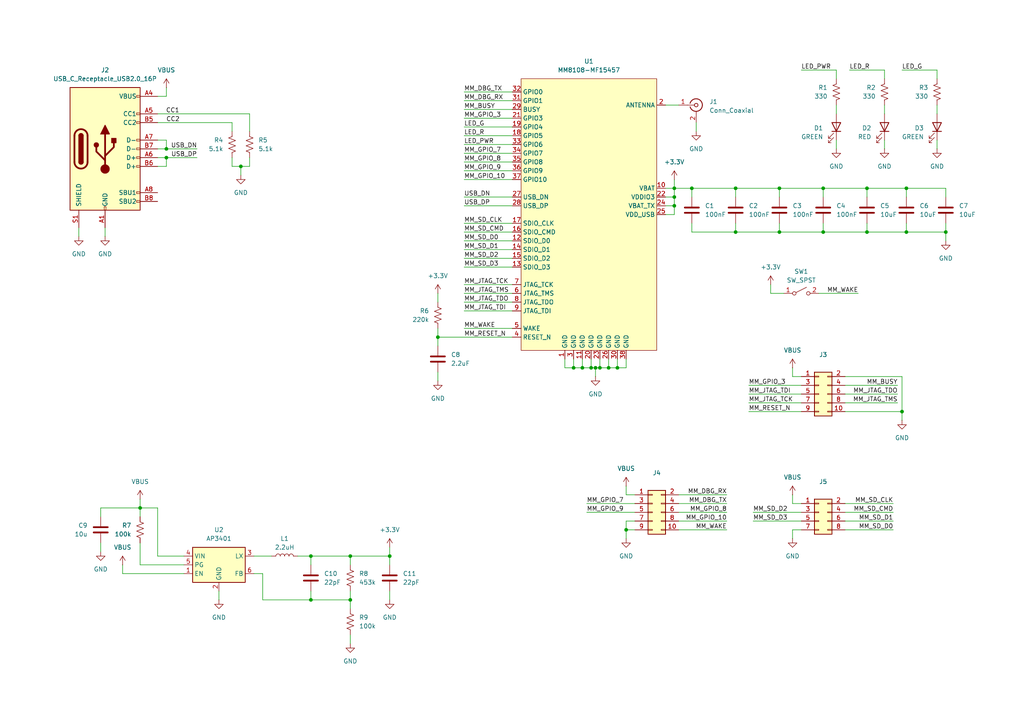
<source format=kicad_sch>
(kicad_sch (version 20250114) (generator "eeschema") (generator_version "9.0")
  (paper "A4")
  (lib_symbols
    (symbol "Connector:Conn_Coaxial" (pin_names (offset 1.016) (hide yes))
      (property "Reference" "J" (at 0.254 3.048 0))
      (property "Value" "Conn_Coaxial" (at 2.921 0 90))
      (symbol "Conn_Coaxial_0_1"
        (polyline (pts (xy -2.54 0) (xy -0.508 0)))
        (arc (start 1.778 0) (mid 0.222 -1.8079) (end -1.778 -0.508) (stroke (width 0.254)))
        (arc (start -1.778 0.508) (mid 0.2221 1.8084) (end 1.778 0) (stroke (width 0.254)))
        (circle (center 0 0) (radius 0.508) (stroke (width 0.2032)))
        (polyline (pts (xy 0 -2.54) (xy 0 -1.778)))
      )
      (symbol "Conn_Coaxial_1_1"
        (pin passive line (at -5.08 0 0) (length 2.54) (name "In") (number "1"))
        (pin passive line (at 0 -5.08 90) (length 2.54) (name "Ext") (number "2"))
      )
    )
    (symbol "Connector:USB_C_Receptacle_USB2.0_16P" (pin_names (offset 1.016))
      (property "Reference" "J" (at 0 22.225 0))
      (property "Value" "USB_C_Receptacle_USB2.0_16P" (at 0 19.685 0))
      (symbol "USB_C_Receptacle_USB2.0_16P_0_0"
        (rectangle (start -0.254 -17.78) (end 0.254 -16.764))
        (rectangle (start 10.16 15.494) (end 9.144 14.986))
        (rectangle (start 10.16 10.414) (end 9.144 9.906))
        (rectangle (start 10.16 7.874) (end 9.144 7.366))
        (rectangle (start 10.16 2.794) (end 9.144 2.286))
        (rectangle (start 10.16 0.254) (end 9.144 -0.254))
        (rectangle (start 10.16 -2.286) (end 9.144 -2.794))
        (rectangle (start 10.16 -4.826) (end 9.144 -5.334))
        (rectangle (start 10.16 -12.446) (end 9.144 -12.954))
        (rectangle (start 10.16 -14.986) (end 9.144 -15.494))
      )
      (symbol "USB_C_Receptacle_USB2.0_16P_0_1"
        (rectangle (start -10.16 17.78) (end 10.16 -17.78) (stroke (width 0.254)) (fill (type background)))
        (polyline (pts (xy -8.89 -3.81) (xy -8.89 3.81)) (stroke (width 0.508)))
        (rectangle (start -7.62 -3.81) (end -6.35 3.81) (stroke (width 0.254)) (fill (type outline)))
        (arc (start -7.62 3.81) (mid -6.985 4.4423) (end -6.35 3.81) (stroke (width 0.254)))
        (arc (start -7.62 3.81) (mid -6.985 4.4423) (end -6.35 3.81) (stroke (width 0.254)) (fill (type outline)))
        (arc (start -8.89 3.81) (mid -6.985 5.7067) (end -5.08 3.81) (stroke (width 0.508)))
        (arc (start -5.08 -3.81) (mid -6.985 -5.7067) (end -8.89 -3.81) (stroke (width 0.508)))
        (arc (start -6.35 -3.81) (mid -6.985 -4.4423) (end -7.62 -3.81) (stroke (width 0.254)))
        (arc (start -6.35 -3.81) (mid -6.985 -4.4423) (end -7.62 -3.81) (stroke (width 0.254)) (fill (type outline)))
        (polyline (pts (xy -5.08 3.81) (xy -5.08 -3.81)) (stroke (width 0.508)))
        (circle (center -2.54 1.143) (radius 0.635) (stroke (width 0.254)) (fill (type outline)))
        (polyline (pts (xy -1.27 4.318) (xy 0 6.858) (xy 1.27 4.318) (xy -1.27 4.318)) (stroke (width 0.254)) (fill (type outline)))
        (polyline (pts (xy 0 -2.032) (xy 2.54 0.508) (xy 2.54 1.778)) (stroke (width 0.508)))
        (polyline (pts (xy 0 -3.302) (xy -2.54 -0.762) (xy -2.54 0.508)) (stroke (width 0.508)))
        (polyline (pts (xy 0 -5.842) (xy 0 4.318)) (stroke (width 0.508)))
        (circle (center 0 -5.842) (radius 1.27) (fill (type outline)))
        (rectangle (start 1.905 1.778) (end 3.175 3.048) (stroke (width 0.254)) (fill (type outline)))
      )
      (symbol "USB_C_Receptacle_USB2.0_16P_1_1"
        (pin passive line (at -7.62 -22.86 90) (length 5.08) (name "SHIELD") (number "S1"))
        (pin passive line (at 0 -22.86 90) (length 5.08) (name "GND") (number "A1"))
        (pin passive line (at 0 -22.86 90) (length 5.08) (hide yes) (name "GND") (number "A12"))
        (pin passive line (at 0 -22.86 90) (length 5.08) (hide yes) (name "GND") (number "B1"))
        (pin passive line (at 0 -22.86 90) (length 5.08) (hide yes) (name "GND") (number "B12"))
        (pin passive line (at 15.24 15.24 180) (length 5.08) (name "VBUS") (number "A4"))
        (pin passive line (at 15.24 15.24 180) (length 5.08) (hide yes) (name "VBUS") (number "A9"))
        (pin passive line (at 15.24 15.24 180) (length 5.08) (hide yes) (name "VBUS") (number "B4"))
        (pin passive line (at 15.24 15.24 180) (length 5.08) (hide yes) (name "VBUS") (number "B9"))
        (pin bidirectional line (at 15.24 10.16 180) (length 5.08) (name "CC1") (number "A5"))
        (pin bidirectional line (at 15.24 7.62 180) (length 5.08) (name "CC2") (number "B5"))
        (pin bidirectional line (at 15.24 2.54 180) (length 5.08) (name "D-") (number "A7"))
        (pin bidirectional line (at 15.24 0 180) (length 5.08) (name "D-") (number "B7"))
        (pin bidirectional line (at 15.24 -2.54 180) (length 5.08) (name "D+") (number "A6"))
        (pin bidirectional line (at 15.24 -5.08 180) (length 5.08) (name "D+") (number "B6"))
        (pin bidirectional line (at 15.24 -12.7 180) (length 5.08) (name "SBU1") (number "A8"))
        (pin bidirectional line (at 15.24 -15.24 180) (length 5.08) (name "SBU2") (number "B8"))
      )
    )
    (symbol "Connector_Generic:Conn_02x04_Odd_Even" (pin_names (offset 1.016) (hide yes))
      (property "Reference" "J" (at 1.27 5.08 0))
      (property "Value" "Conn_02x04_Odd_Even" (at 1.27 -7.62 0))
      (symbol "Conn_02x04_Odd_Even_1_1"
        (rectangle (start -1.27 3.81) (end 3.81 -6.35) (stroke (width 0.254)) (fill (type background)))
        (rectangle (start -1.27 2.667) (end 0 2.413) (stroke (width 0.1524)))
        (rectangle (start -1.27 0.127) (end 0 -0.127) (stroke (width 0.1524)))
        (rectangle (start -1.27 -2.413) (end 0 -2.667) (stroke (width 0.1524)))
        (rectangle (start -1.27 -4.953) (end 0 -5.207) (stroke (width 0.1524)))
        (rectangle (start 3.81 2.667) (end 2.54 2.413) (stroke (width 0.1524)))
        (rectangle (start 3.81 0.127) (end 2.54 -0.127) (stroke (width 0.1524)))
        (rectangle (start 3.81 -2.413) (end 2.54 -2.667) (stroke (width 0.1524)))
        (rectangle (start 3.81 -4.953) (end 2.54 -5.207) (stroke (width 0.1524)))
        (pin passive line (at -5.08 2.54 0) (length 3.81) (name "Pin_1") (number "1"))
        (pin passive line (at -5.08 0 0) (length 3.81) (name "Pin_3") (number "3"))
        (pin passive line (at -5.08 -2.54 0) (length 3.81) (name "Pin_5") (number "5"))
        (pin passive line (at -5.08 -5.08 0) (length 3.81) (name "Pin_7") (number "7"))
        (pin passive line (at 7.62 2.54 180) (length 3.81) (name "Pin_2") (number "2"))
        (pin passive line (at 7.62 0 180) (length 3.81) (name "Pin_4") (number "4"))
        (pin passive line (at 7.62 -2.54 180) (length 3.81) (name "Pin_6") (number "6"))
        (pin passive line (at 7.62 -5.08 180) (length 3.81) (name "Pin_8") (number "8"))
      )
    )
    (symbol "Connector_Generic:Conn_02x05_Odd_Even" (pin_names (offset 1.016) (hide yes))
      (property "Reference" "J" (at 1.27 7.62 0))
      (property "Value" "Conn_02x05_Odd_Even" (at 1.27 -7.62 0))
      (symbol "Conn_02x05_Odd_Even_1_1"
        (rectangle (start -1.27 6.35) (end 3.81 -6.35) (stroke (width 0.254)) (fill (type background)))
        (rectangle (start -1.27 5.207) (end 0 4.953) (stroke (width 0.1524)))
        (rectangle (start -1.27 2.667) (end 0 2.413) (stroke (width 0.1524)))
        (rectangle (start -1.27 0.127) (end 0 -0.127) (stroke (width 0.1524)))
        (rectangle (start -1.27 -2.413) (end 0 -2.667) (stroke (width 0.1524)))
        (rectangle (start -1.27 -4.953) (end 0 -5.207) (stroke (width 0.1524)))
        (rectangle (start 3.81 5.207) (end 2.54 4.953) (stroke (width 0.1524)))
        (rectangle (start 3.81 2.667) (end 2.54 2.413) (stroke (width 0.1524)))
        (rectangle (start 3.81 0.127) (end 2.54 -0.127) (stroke (width 0.1524)))
        (rectangle (start 3.81 -2.413) (end 2.54 -2.667) (stroke (width 0.1524)))
        (rectangle (start 3.81 -4.953) (end 2.54 -5.207) (stroke (width 0.1524)))
        (pin passive line (at -5.08 5.08 0) (length 3.81) (name "Pin_1") (number "1"))
        (pin passive line (at -5.08 2.54 0) (length 3.81) (name "Pin_3") (number "3"))
        (pin passive line (at -5.08 0 0) (length 3.81) (name "Pin_5") (number "5"))
        (pin passive line (at -5.08 -2.54 0) (length 3.81) (name "Pin_7") (number "7"))
        (pin passive line (at -5.08 -5.08 0) (length 3.81) (name "Pin_9") (number "9"))
        (pin passive line (at 7.62 5.08 180) (length 3.81) (name "Pin_2") (number "2"))
        (pin passive line (at 7.62 2.54 180) (length 3.81) (name "Pin_4") (number "4"))
        (pin passive line (at 7.62 0 180) (length 3.81) (name "Pin_6") (number "6"))
        (pin passive line (at 7.62 -2.54 180) (length 3.81) (name "Pin_8") (number "8"))
        (pin passive line (at 7.62 -5.08 180) (length 3.81) (name "Pin_10") (number "10"))
      )
    )
    (symbol "Device:C" (pin_numbers (hide yes)) (pin_names (offset 0.254))
      (property "Reference" "C" (at 0.635 2.54 0))
      (property "Value" "C" (at 0.635 -2.54 0))
      (symbol "C_0_1"
        (polyline (pts (xy -2.032 0.762) (xy 2.032 0.762)) (stroke (width 0.508)))
        (polyline (pts (xy -2.032 -0.762) (xy 2.032 -0.762)) (stroke (width 0.508)))
      )
      (symbol "C_1_1"
        (pin passive line (at 0 3.81 270) (length 2.794) (name "~") (number "1"))
        (pin passive line (at 0 -3.81 90) (length 2.794) (name "~") (number "2"))
      )
    )
    (symbol "Device:L" (pin_numbers (hide yes)) (pin_names (offset 1.016) (hide yes))
      (property "Reference" "L" (at -1.27 0 90))
      (property "Value" "L" (at 1.905 0 90))
      (symbol "L_0_1"
        (arc (start 0 2.54) (mid 0.6323 1.905) (end 0 1.27))
        (arc (start 0 1.27) (mid 0.6323 0.635) (end 0 0))
        (arc (start 0 0) (mid 0.6323 -0.635) (end 0 -1.27))
        (arc (start 0 -1.27) (mid 0.6323 -1.905) (end 0 -2.54))
      )
      (symbol "L_1_1"
        (pin passive line (at 0 3.81 270) (length 1.27) (name "1") (number "1"))
        (pin passive line (at 0 -3.81 90) (length 1.27) (name "2") (number "2"))
      )
    )
    (symbol "Device:LED" (pin_numbers (hide yes)) (pin_names (offset 1.016) (hide yes))
      (property "Reference" "D" (at 0 2.54 0))
      (property "Value" "LED" (at 0 -2.54 0))
      (symbol "LED_0_1"
        (polyline (pts (xy -3.048 -0.762) (xy -4.572 -2.286) (xy -3.81 -2.286) (xy -4.572 -2.286) (xy -4.572 -1.524)))
        (polyline (pts (xy -1.778 -0.762) (xy -3.302 -2.286) (xy -2.54 -2.286) (xy -3.302 -2.286) (xy -3.302 -1.524)))
        (polyline (pts (xy -1.27 0) (xy 1.27 0)))
        (polyline (pts (xy -1.27 -1.27) (xy -1.27 1.27)) (stroke (width 0.254)))
        (polyline (pts (xy 1.27 -1.27) (xy 1.27 1.27) (xy -1.27 0) (xy 1.27 -1.27)) (stroke (width 0.254)))
      )
      (symbol "LED_1_1"
        (pin passive line (at -3.81 0 0) (length 2.54) (name "K") (number "1"))
        (pin passive line (at 3.81 0 180) (length 2.54) (name "A") (number "2"))
      )
    )
    (symbol "Device:R_US" (pin_numbers (hide yes)) (pin_names (offset 0))
      (property "Reference" "R" (at 2.54 0 90))
      (property "Value" "R_US" (at -2.54 0 90))
      (symbol "R_US_0_1"
        (polyline (pts (xy 0 2.286) (xy 0 2.54)))
        (polyline (pts (xy 0 2.286) (xy 1.016 1.905) (xy 0 1.524) (xy -1.016 1.143) (xy 0 0.762)))
        (polyline (pts (xy 0 0.762) (xy 1.016 0.381) (xy 0 0) (xy -1.016 -0.381) (xy 0 -0.762)))
        (polyline (pts (xy 0 -0.762) (xy 1.016 -1.143) (xy 0 -1.524) (xy -1.016 -1.905) (xy 0 -2.286)))
        (polyline (pts (xy 0 -2.286) (xy 0 -2.54)))
      )
      (symbol "R_US_1_1"
        (pin passive line (at 0 3.81 270) (length 1.27) (name "~") (number "1"))
        (pin passive line (at 0 -3.81 90) (length 1.27) (name "~") (number "2"))
      )
    )
    (symbol "MM8108:MF15457"
      (property "Reference" "U" (at 26.924 2.286 0))
      (property "Value" "MM8108-MF15457" (at 11.938 2.032 0))
      (symbol "MF15457_1_1"
        (rectangle (start 2.54 0) (end 41.91 -78.74) (fill (type background)))
        (pin input line (at 0 -3.81 0) (length 2.54) (name "GPIO0") (number "32"))
        (pin input line (at 0 -6.35 0) (length 2.54) (name "GPIO1") (number "31"))
        (pin input line (at 0 -8.89 0) (length 2.54) (name "BUSY") (number "29"))
        (pin input line (at 0 -11.43 0) (length 2.54) (name "GPIO3") (number "21"))
        (pin input line (at 0 -13.97 0) (length 2.54) (name "GPIO4") (number "19"))
        (pin input line (at 0 -16.51 0) (length 2.54) (name "GPIO5") (number "18"))
        (pin input line (at 0 -19.05 0) (length 2.54) (name "GPIO6") (number "33"))
        (pin input line (at 0 -21.59 0) (length 2.54) (name "GPIO7") (number "34"))
        (pin input line (at 0 -24.13 0) (length 2.54) (name "GPIO8") (number "35"))
        (pin input line (at 0 -26.67 0) (length 2.54) (name "GPIO9") (number "36"))
        (pin input line (at 0 -29.21 0) (length 2.54) (name "GPIO10") (number "37"))
        (pin input line (at 0 -34.29 0) (length 2.54) (name "USB_DN") (number "27"))
        (pin input line (at 0 -36.83 0) (length 2.54) (name "USB_DP") (number "28"))
        (pin input line (at 0 -41.91 0) (length 2.54) (name "SDIO_CLK") (number "17"))
        (pin input line (at 0 -44.45 0) (length 2.54) (name "SDIO_CMD") (number "16"))
        (pin input line (at 0 -46.99 0) (length 2.54) (name "SDIO_D0") (number "12"))
        (pin input line (at 0 -49.53 0) (length 2.54) (name "SDIO_D1") (number "14"))
        (pin input line (at 0 -52.07 0) (length 2.54) (name "SDIO_D2") (number "15"))
        (pin input line (at 0 -54.61 0) (length 2.54) (name "SDIO_D3") (number "13"))
        (pin input line (at 0 -59.69 0) (length 2.54) (name "JTAG_TCK") (number "7"))
        (pin input line (at 0 -62.23 0) (length 2.54) (name "JTAG_TMS") (number "6"))
        (pin input line (at 0 -64.77 0) (length 2.54) (name "JTAG_TDO") (number "8"))
        (pin input line (at 0 -67.31 0) (length 2.54) (name "JTAG_TDI") (number "9"))
        (pin input line (at 0 -72.39 0) (length 2.54) (name "WAKE") (number "5"))
        (pin input line (at 0 -74.93 0) (length 2.54) (name "RESET_N") (number "4"))
        (pin input line (at 15.24 -81.28 90) (length 2.54) (name "GND") (number "1"))
        (pin input line (at 17.78 -81.28 90) (length 2.54) (name "GND") (number "3"))
        (pin input line (at 20.32 -81.28 90) (length 2.54) (name "GND") (number "11"))
        (pin input line (at 22.86 -81.28 90) (length 2.54) (name "GND") (number "20"))
        (pin input line (at 25.4 -81.28 90) (length 2.54) (name "GND") (number "23"))
        (pin input line (at 27.94 -81.28 90) (length 2.54) (name "GND") (number "26"))
        (pin input line (at 30.48 -81.28 90) (length 2.54) (name "GND") (number "30"))
        (pin input line (at 33.02 -81.28 90) (length 2.54) (name "GND") (number "38"))
        (pin input line (at 44.45 -7.62 180) (length 2.54) (name "ANTENNA") (number "2"))
        (pin input line (at 44.45 -31.75 180) (length 2.54) (name "VBAT") (number "10"))
        (pin input line (at 44.45 -34.29 180) (length 2.54) (name "VDDIO3") (number "22"))
        (pin input line (at 44.45 -36.83 180) (length 2.54) (name "VBAT_TX") (number "24"))
        (pin input line (at 44.45 -39.37 180) (length 2.54) (name "VDD_USB") (number "25"))
      )
    )
    (symbol "Regulator_Switching:AP3402"
      (property "Reference" "U" (at -7.62 6.35 0))
      (property "Value" "AP3402" (at 5.08 6.35 0))
      (symbol "AP3402_0_1"
        (rectangle (start -7.62 5.08) (end 7.62 -5.08) (stroke (width 0.254)) (fill (type background)))
      )
      (symbol "AP3402_1_1"
        (pin power_in line (at -10.16 2.54 0) (length 2.54) (name "VIN") (number "4"))
        (pin input line (at -10.16 0 0) (length 2.54) (name "PG") (number "5"))
        (pin input line (at -10.16 -2.54 0) (length 2.54) (name "EN") (number "1"))
        (pin power_in line (at 0 -7.62 90) (length 2.54) (name "GND") (number "2"))
        (pin power_out line (at 10.16 2.54 180) (length 2.54) (name "LX") (number "3"))
        (pin input line (at 10.16 -2.54 180) (length 2.54) (name "FB") (number "6"))
      )
    )
    (symbol "Switch:SW_SPST" (pin_names (offset 0) (hide yes))
      (property "Reference" "SW" (at 0 3.175 0))
      (property "Value" "SW_SPST" (at 0 -2.54 0))
      (symbol "SW_SPST_0_0"
        (circle (center -2.032 0) (radius 0.508))
        (polyline (pts (xy -1.524 0.254) (xy 1.524 1.778)))
        (circle (center 2.032 0) (radius 0.508))
      )
      (symbol "SW_SPST_1_1"
        (pin passive line (at -5.08 0 0) (length 2.54) (name "A") (number "1"))
        (pin passive line (at 5.08 0 180) (length 2.54) (name "B") (number "2"))
      )
    )
    (symbol "power:+3.3V" (power) (pin_numbers (hide yes)) (pin_names (offset 0) (hide yes))
      (property "Value" "+3.3V" (at 0 3.556 0))
      (symbol "+3.3V_0_1"
        (polyline (pts (xy -0.762 1.27) (xy 0 2.54)))
        (polyline (pts (xy 0 2.54) (xy 0.762 1.27)))
        (polyline (pts (xy 0 0) (xy 0 2.54)))
      )
      (symbol "+3.3V_1_1"
        (pin power_in line (at 0 0 90) (length 0) (name "~") (number "1"))
      )
    )
    (symbol "power:GND" (power) (pin_numbers (hide yes)) (pin_names (offset 0) (hide yes))
      (property "Value" "GND" (at 0 -3.81 0))
      (symbol "GND_0_1"
        (polyline (pts (xy 0 0) (xy 0 -1.27) (xy 1.27 -1.27) (xy 0 -2.54) (xy -1.27 -1.27) (xy 0 -1.27)))
      )
      (symbol "GND_1_1"
        (pin power_in line (at 0 0 270) (length 0) (name "~") (number "1"))
      )
    )
    (symbol "power:VBUS" (power) (pin_numbers (hide yes)) (pin_names (offset 0) (hide yes))
      (property "Value" "VBUS" (at 0 3.556 0))
      (symbol "VBUS_0_1"
        (polyline (pts (xy -0.762 1.27) (xy 0 2.54)))
        (polyline (pts (xy 0 2.54) (xy 0.762 1.27)))
        (polyline (pts (xy 0 0) (xy 0 2.54)))
      )
      (symbol "VBUS_1_1"
        (pin power_in line (at 0 0 90) (length 0) (name "~") (number "1"))
      )
    )
  )
  (junction (at 195.58 57.15))
  (junction (at 238.76 54.61))
  (junction (at 213.36 54.61))
  (junction (at 181.61 153.67))
  (junction (at 274.32 67.31))
  (junction (at 226.06 67.31))
  (junction (at 166.37 106.68))
  (junction (at 127 97.79))
  (junction (at 171.45 106.68))
  (junction (at 101.6 173.99))
  (junction (at 40.64 147.32))
  (junction (at 200.66 54.61))
  (junction (at 90.17 161.29))
  (junction (at 238.76 67.31))
  (junction (at 90.17 173.99))
  (junction (at 172.72 106.68))
  (junction (at 195.58 59.69))
  (junction (at 213.36 67.31))
  (junction (at 48.26 43.18))
  (junction (at 168.91 106.68))
  (junction (at 226.06 54.61))
  (junction (at 101.6 161.29))
  (junction (at 195.58 54.61))
  (junction (at 179.07 106.68))
  (junction (at 251.46 54.61))
  (junction (at 113.03 161.29))
  (junction (at 69.85 48.26))
  (junction (at 261.62 119.38))
  (junction (at 48.26 45.72))
  (junction (at 173.99 106.68))
  (junction (at 262.89 54.61))
  (junction (at 262.89 67.31))
  (junction (at 251.46 67.31))
  (junction (at 176.53 106.68))
  (wire (pts (xy 113.03 171.45) (xy 113.03 173.99)))
  (wire (pts (xy 45.72 147.32) (xy 40.64 147.32)))
  (wire (pts (xy 67.31 35.56) (xy 67.31 38.1)))
  (wire (pts (xy 101.6 161.29) (xy 101.6 163.83)))
  (wire (pts (xy 134.62 77.47) (xy 148.59 77.47)))
  (wire (pts (xy 72.39 45.72) (xy 72.39 48.26)))
  (wire (pts (xy 238.76 54.61) (xy 238.76 57.15)))
  (wire (pts (xy 223.52 85.09) (xy 227.33 85.09)))
  (wire (pts (xy 29.21 147.32) (xy 40.64 147.32)))
  (wire (pts (xy 172.72 106.68) (xy 173.99 106.68)))
  (wire (pts (xy 226.06 54.61) (xy 238.76 54.61)))
  (wire (pts (xy 134.62 52.07) (xy 148.59 52.07)))
  (wire (pts (xy 48.26 45.72) (xy 57.15 45.72)))
  (wire (pts (xy 274.32 69.85) (xy 274.32 67.31)))
  (wire (pts (xy 217.17 114.3) (xy 232.41 114.3)))
  (wire (pts (xy 134.62 31.75) (xy 148.59 31.75)))
  (wire (pts (xy 271.78 22.86) (xy 271.78 20.32)))
  (wire (pts (xy 248.92 85.09) (xy 237.49 85.09)))
  (wire (pts (xy 210.82 148.59) (xy 196.85 148.59)))
  (wire (pts (xy 245.11 111.76) (xy 260.35 111.76)))
  (wire (pts (xy 22.86 66.04) (xy 22.86 68.58)))
  (wire (pts (xy 184.15 153.67) (xy 181.61 153.67)))
  (wire (pts (xy 271.78 30.48) (xy 271.78 33.02)))
  (wire (pts (xy 166.37 106.68) (xy 168.91 106.68)))
  (wire (pts (xy 72.39 38.1) (xy 72.39 33.02)))
  (wire (pts (xy 245.11 114.3) (xy 260.35 114.3)))
  (wire (pts (xy 251.46 54.61) (xy 262.89 54.61)))
  (wire (pts (xy 181.61 143.51) (xy 184.15 143.51)))
  (wire (pts (xy 262.89 64.77) (xy 262.89 67.31)))
  (wire (pts (xy 134.62 44.45) (xy 148.59 44.45)))
  (wire (pts (xy 134.62 64.77) (xy 148.59 64.77)))
  (wire (pts (xy 134.62 46.99) (xy 148.59 46.99)))
  (wire (pts (xy 127 97.79) (xy 127 100.33)))
  (wire (pts (xy 134.62 36.83) (xy 148.59 36.83)))
  (wire (pts (xy 251.46 54.61) (xy 251.46 57.15)))
  (wire (pts (xy 170.18 146.05) (xy 184.15 146.05)))
  (wire (pts (xy 256.54 22.86) (xy 256.54 20.32)))
  (wire (pts (xy 45.72 35.56) (xy 67.31 35.56)))
  (wire (pts (xy 90.17 173.99) (xy 101.6 173.99)))
  (wire (pts (xy 90.17 161.29) (xy 90.17 163.83)))
  (wire (pts (xy 134.62 29.21) (xy 148.59 29.21)))
  (wire (pts (xy 201.93 35.56) (xy 201.93 38.1)))
  (wire (pts (xy 246.38 20.32) (xy 256.54 20.32)))
  (wire (pts (xy 213.36 67.31) (xy 200.66 67.31)))
  (wire (pts (xy 210.82 146.05) (xy 196.85 146.05)))
  (wire (pts (xy 274.32 54.61) (xy 274.32 57.15)))
  (wire (pts (xy 226.06 54.61) (xy 226.06 57.15)))
  (wire (pts (xy 168.91 106.68) (xy 171.45 106.68)))
  (wire (pts (xy 134.62 74.93) (xy 148.59 74.93)))
  (wire (pts (xy 29.21 157.48) (xy 29.21 160.02)))
  (wire (pts (xy 261.62 119.38) (xy 261.62 121.92)))
  (wire (pts (xy 134.62 85.09) (xy 148.59 85.09)))
  (wire (pts (xy 226.06 67.31) (xy 238.76 67.31)))
  (wire (pts (xy 48.26 43.18) (xy 45.72 43.18)))
  (wire (pts (xy 181.61 151.13) (xy 181.61 153.67)))
  (wire (pts (xy 213.36 54.61) (xy 226.06 54.61)))
  (wire (pts (xy 172.72 109.22) (xy 172.72 106.68)))
  (wire (pts (xy 195.58 52.07) (xy 195.58 54.61)))
  (wire (pts (xy 113.03 158.75) (xy 113.03 161.29)))
  (wire (pts (xy 245.11 146.05) (xy 259.08 146.05)))
  (wire (pts (xy 181.61 140.97) (xy 181.61 143.51)))
  (wire (pts (xy 232.41 20.32) (xy 242.57 20.32)))
  (wire (pts (xy 134.62 34.29) (xy 148.59 34.29)))
  (wire (pts (xy 127 85.09) (xy 127 87.63)))
  (wire (pts (xy 48.26 43.18) (xy 57.15 43.18)))
  (wire (pts (xy 134.62 90.17) (xy 148.59 90.17)))
  (wire (pts (xy 127 95.25) (xy 127 97.79)))
  (wire (pts (xy 45.72 161.29) (xy 45.72 147.32)))
  (wire (pts (xy 193.04 57.15) (xy 195.58 57.15)))
  (wire (pts (xy 195.58 59.69) (xy 195.58 62.23)))
  (wire (pts (xy 134.62 67.31) (xy 148.59 67.31)))
  (wire (pts (xy 163.83 106.68) (xy 166.37 106.68)))
  (wire (pts (xy 134.62 72.39) (xy 148.59 72.39)))
  (wire (pts (xy 69.85 48.26) (xy 72.39 48.26)))
  (wire (pts (xy 134.62 57.15) (xy 148.59 57.15)))
  (wire (pts (xy 210.82 153.67) (xy 196.85 153.67)))
  (wire (pts (xy 72.39 33.02) (xy 45.72 33.02)))
  (wire (pts (xy 200.66 54.61) (xy 200.66 57.15)))
  (wire (pts (xy 238.76 67.31) (xy 251.46 67.31)))
  (wire (pts (xy 134.62 49.53) (xy 148.59 49.53)))
  (wire (pts (xy 195.58 54.61) (xy 195.58 57.15)))
  (wire (pts (xy 134.62 59.69) (xy 148.59 59.69)))
  (wire (pts (xy 213.36 57.15) (xy 213.36 54.61)))
  (wire (pts (xy 48.26 45.72) (xy 45.72 45.72)))
  (wire (pts (xy 245.11 119.38) (xy 261.62 119.38)))
  (wire (pts (xy 35.56 166.37) (xy 53.34 166.37)))
  (wire (pts (xy 48.26 25.4) (xy 48.26 27.94)))
  (wire (pts (xy 259.08 148.59) (xy 245.11 148.59)))
  (wire (pts (xy 229.87 109.22) (xy 232.41 109.22)))
  (wire (pts (xy 63.5 171.45) (xy 63.5 173.99)))
  (wire (pts (xy 171.45 106.68) (xy 172.72 106.68)))
  (wire (pts (xy 35.56 163.83) (xy 35.56 166.37)))
  (wire (pts (xy 242.57 30.48) (xy 242.57 33.02)))
  (wire (pts (xy 86.36 161.29) (xy 90.17 161.29)))
  (wire (pts (xy 271.78 40.64) (xy 271.78 43.18)))
  (wire (pts (xy 29.21 149.86) (xy 29.21 147.32)))
  (wire (pts (xy 245.11 109.22) (xy 261.62 109.22)))
  (wire (pts (xy 40.64 147.32) (xy 40.64 149.86)))
  (wire (pts (xy 242.57 40.64) (xy 242.57 43.18)))
  (wire (pts (xy 134.62 41.91) (xy 148.59 41.91)))
  (wire (pts (xy 73.66 161.29) (xy 78.74 161.29)))
  (wire (pts (xy 134.62 26.67) (xy 148.59 26.67)))
  (wire (pts (xy 193.04 30.48) (xy 196.85 30.48)))
  (wire (pts (xy 101.6 184.15) (xy 101.6 186.69)))
  (wire (pts (xy 134.62 82.55) (xy 148.59 82.55)))
  (wire (pts (xy 195.58 57.15) (xy 195.58 59.69)))
  (wire (pts (xy 48.26 27.94) (xy 45.72 27.94)))
  (wire (pts (xy 229.87 153.67) (xy 229.87 156.21)))
  (wire (pts (xy 200.66 54.61) (xy 213.36 54.61)))
  (wire (pts (xy 67.31 48.26) (xy 69.85 48.26)))
  (wire (pts (xy 262.89 54.61) (xy 274.32 54.61)))
  (wire (pts (xy 245.11 153.67) (xy 259.08 153.67)))
  (wire (pts (xy 181.61 153.67) (xy 181.61 156.21)))
  (wire (pts (xy 40.64 163.83) (xy 53.34 163.83)))
  (wire (pts (xy 73.66 166.37) (xy 76.2 166.37)))
  (wire (pts (xy 48.26 48.26) (xy 48.26 45.72)))
  (wire (pts (xy 242.57 22.86) (xy 242.57 20.32)))
  (wire (pts (xy 40.64 144.78) (xy 40.64 147.32)))
  (wire (pts (xy 53.34 161.29) (xy 45.72 161.29)))
  (wire (pts (xy 30.48 66.04) (xy 30.48 68.58)))
  (wire (pts (xy 251.46 64.77) (xy 251.46 67.31)))
  (wire (pts (xy 163.83 104.14) (xy 163.83 106.68)))
  (wire (pts (xy 229.87 146.05) (xy 232.41 146.05)))
  (wire (pts (xy 101.6 171.45) (xy 101.6 173.99)))
  (wire (pts (xy 261.62 109.22) (xy 261.62 119.38)))
  (wire (pts (xy 101.6 161.29) (xy 113.03 161.29)))
  (wire (pts (xy 69.85 48.26) (xy 69.85 50.8)))
  (wire (pts (xy 113.03 161.29) (xy 113.03 163.83)))
  (wire (pts (xy 217.17 119.38) (xy 232.41 119.38)))
  (wire (pts (xy 232.41 148.59) (xy 218.44 148.59)))
  (wire (pts (xy 90.17 171.45) (xy 90.17 173.99)))
  (wire (pts (xy 195.58 54.61) (xy 200.66 54.61)))
  (wire (pts (xy 200.66 67.31) (xy 200.66 64.77)))
  (wire (pts (xy 76.2 166.37) (xy 76.2 173.99)))
  (wire (pts (xy 245.11 116.84) (xy 260.35 116.84)))
  (wire (pts (xy 101.6 173.99) (xy 101.6 176.53)))
  (wire (pts (xy 259.08 151.13) (xy 245.11 151.13)))
  (wire (pts (xy 176.53 106.68) (xy 179.07 106.68)))
  (wire (pts (xy 213.36 67.31) (xy 226.06 67.31)))
  (wire (pts (xy 134.62 39.37) (xy 148.59 39.37)))
  (wire (pts (xy 229.87 143.51) (xy 229.87 146.05)))
  (wire (pts (xy 232.41 153.67) (xy 229.87 153.67)))
  (wire (pts (xy 223.52 82.55) (xy 223.52 85.09)))
  (wire (pts (xy 261.62 20.32) (xy 271.78 20.32)))
  (wire (pts (xy 256.54 30.48) (xy 256.54 33.02)))
  (wire (pts (xy 45.72 48.26) (xy 48.26 48.26)))
  (wire (pts (xy 173.99 104.14) (xy 173.99 106.68)))
  (wire (pts (xy 67.31 45.72) (xy 67.31 48.26)))
  (wire (pts (xy 238.76 64.77) (xy 238.76 67.31)))
  (wire (pts (xy 251.46 67.31) (xy 262.89 67.31)))
  (wire (pts (xy 76.2 173.99) (xy 90.17 173.99)))
  (wire (pts (xy 134.62 95.25) (xy 148.59 95.25)))
  (wire (pts (xy 193.04 59.69) (xy 195.58 59.69)))
  (wire (pts (xy 193.04 54.61) (xy 195.58 54.61)))
  (wire (pts (xy 210.82 143.51) (xy 196.85 143.51)))
  (wire (pts (xy 170.18 148.59) (xy 184.15 148.59)))
  (wire (pts (xy 179.07 104.14) (xy 179.07 106.68)))
  (wire (pts (xy 262.89 67.31) (xy 274.32 67.31)))
  (wire (pts (xy 210.82 151.13) (xy 196.85 151.13)))
  (wire (pts (xy 166.37 104.14) (xy 166.37 106.68)))
  (wire (pts (xy 181.61 106.68) (xy 181.61 104.14)))
  (wire (pts (xy 256.54 40.64) (xy 256.54 43.18)))
  (wire (pts (xy 238.76 54.61) (xy 251.46 54.61)))
  (wire (pts (xy 127 97.79) (xy 148.59 97.79)))
  (wire (pts (xy 193.04 62.23) (xy 195.58 62.23)))
  (wire (pts (xy 184.15 151.13) (xy 181.61 151.13)))
  (wire (pts (xy 127 107.95) (xy 127 110.49)))
  (wire (pts (xy 217.17 116.84) (xy 232.41 116.84)))
  (wire (pts (xy 213.36 64.77) (xy 213.36 67.31)))
  (wire (pts (xy 101.6 161.29) (xy 90.17 161.29)))
  (wire (pts (xy 229.87 106.68) (xy 229.87 109.22)))
  (wire (pts (xy 217.17 111.76) (xy 232.41 111.76)))
  (wire (pts (xy 134.62 87.63) (xy 148.59 87.63)))
  (wire (pts (xy 173.99 106.68) (xy 176.53 106.68)))
  (wire (pts (xy 274.32 64.77) (xy 274.32 67.31)))
  (wire (pts (xy 168.91 104.14) (xy 168.91 106.68)))
  (wire (pts (xy 171.45 104.14) (xy 171.45 106.68)))
  (wire (pts (xy 179.07 106.68) (xy 181.61 106.68)))
  (wire (pts (xy 226.06 64.77) (xy 226.06 67.31)))
  (wire (pts (xy 45.72 40.64) (xy 48.26 40.64)))
  (wire (pts (xy 176.53 104.14) (xy 176.53 106.68)))
  (wire (pts (xy 134.62 69.85) (xy 148.59 69.85)))
  (wire (pts (xy 40.64 157.48) (xy 40.64 163.83)))
  (wire (pts (xy 48.26 40.64) (xy 48.26 43.18)))
  (wire (pts (xy 262.89 54.61) (xy 262.89 57.15)))
  (wire (pts (xy 232.41 151.13) (xy 218.44 151.13)))
  (label "LED_G" (at 134.62 36.83 0))
  (label "MM_GPIO_8" (at 134.62 46.99 0))
  (label "MM_GPIO_10" (at 134.62 52.07 0))
  (label "LED_PWR" (at 134.62 41.91 0))
  (label "MM_SD_D1" (at 134.62 72.39 0))
  (label "MM_SD_D1" (at 259.08 151.13 180))
  (label "MM_JTAG_TDO" (at 134.62 87.63 0))
  (label "MM_BUSY" (at 260.35 111.76 180))
  (label "MM_SD_CLK" (at 134.62 64.77 0))
  (label "MM_SD_CLK" (at 259.08 146.05 180))
  (label "MM_SD_CMD" (at 134.62 67.31 0))
  (label "USB_DN" (at 134.62 57.15 0))
  (label "MM_JTAG_TCK" (at 217.17 116.84 0))
  (label "MM_DBG_RX" (at 134.62 29.21 0))
  (label "LED_PWR" (at 232.41 20.32 0))
  (label "MM_WAKE" (at 134.62 95.25 0))
  (label "MM_JTAG_TDI" (at 217.17 114.3 0))
  (label "MM_JTAG_TMS" (at 260.35 116.84 180))
  (label "MM_JTAG_TCK" (at 134.62 82.55 0))
  (label "MM_WAKE" (at 210.82 153.67 180))
  (label "MM_DBG_RX" (at 210.82 143.51 180))
  (label "MM_SD_D3" (at 134.62 77.47 0))
  (label "MM_GPIO_10" (at 210.82 151.13 180))
  (label "MM_JTAG_TDI" (at 134.62 90.17 0))
  (label "MM_GPIO_8" (at 210.82 148.59 180))
  (label "MM_GPIO_7" (at 134.62 44.45 0))
  (label "MM_GPIO_9" (at 170.18 148.59 0))
  (label "MM_SD_D0" (at 134.62 69.85 0))
  (label "MM_GPIO_3" (at 134.62 34.29 0))
  (label "USB_DN" (at 57.15 43.18 180))
  (label "MM_JTAG_TMS" (at 134.62 85.09 0))
  (label "MM_WAKE" (at 248.92 85.09 180))
  (label "CC2" (at 52.1401 35.56 180))
  (label "MM_DBG_TX" (at 134.62 26.67 0))
  (label "LED_R" (at 134.62 39.37 0))
  (label "USB_DP" (at 57.15 45.72 180))
  (label "MM_SD_D2" (at 218.44 148.59 0))
  (label "MM_JTAG_TDO" (at 260.35 114.3 180))
  (label "USB_DP" (at 134.62 59.69 0))
  (label "MM_BUSY" (at 134.62 31.75 0))
  (label "MM_SD_D2" (at 134.62 74.93 0))
  (label "MM_SD_D0" (at 259.08 153.67 180))
  (label "LED_G" (at 261.62 20.32 0))
  (label "MM_GPIO_7" (at 170.18 146.05 0))
  (label "MM_DBG_TX" (at 210.82 146.05 180))
  (label "MM_SD_D3" (at 218.44 151.13 0))
  (label "CC1" (at 52.07 33.02 180))
  (label "MM_GPIO_3" (at 217.17 111.76 0))
  (label "MM_SD_CMD" (at 259.08 148.59 180))
  (label "MM_GPIO_9" (at 134.62 49.53 0))
  (label "MM_RESET_N" (at 217.17 119.38 0))
  (label "LED_R" (at 246.38 20.32 0))
  (label "MM_RESET_N" (at 134.62 97.79 0))
  (symbol (lib_id "Device:C") (at 251.46 60.96 0) (unit 1)
    (property "Reference" "C5" (at 255.27 59.6899 0) (effects (justify left)))
    (property "Value" "10uF" (at 255.27 62.2299 0) (effects (justify left)))
    (property "Footprint" "Capacitor_SMD:C_0603_1608Metric_Pad1.08x0.95mm_HandSolder" (effects (hide yes)))
    (property "Description" "Unpolarized capacitor" (effects (hide yes)))
  )
  (symbol (lib_id "power:+3.3V") (at 127 85.09 0) (unit 1)
    (property "Reference" "#PWR012" (effects (hide yes)))
    (property "Value" "+3.3V" (at 127 80.01 0))
    (property "Description" "Power symbol creates a global label with name \"+3.3V\"" (effects (hide yes)))
  )
  (symbol (lib_id "power:VBUS") (at 229.87 143.51 0) (unit 1)
    (property "Reference" "#PWR018" (effects (hide yes)))
    (property "Value" "VBUS" (at 229.87 138.43 0))
    (property "Description" "Power symbol creates a global label with name \"VBUS\"" (effects (hide yes)))
  )
  (symbol (lib_id "power:GND") (at 69.85 50.8 0) (unit 1)
    (property "Reference" "#PWR06" (effects (hide yes)))
    (property "Value" "GND" (at 69.85 55.88 0))
    (property "Description" "Power symbol creates a global label with name \"GND\" , ground" (effects (hide yes)))
  )
  (symbol (lib_id "Device:C") (at 262.89 60.96 0) (unit 1)
    (property "Reference" "C6" (at 266.7 59.6899 0) (effects (justify left)))
    (property "Value" "10uF" (at 266.7 62.2299 0) (effects (justify left)))
    (property "Footprint" "Capacitor_SMD:C_0603_1608Metric_Pad1.08x0.95mm_HandSolder" (effects (hide yes)))
    (property "Description" "Unpolarized capacitor" (effects (hide yes)))
  )
  (symbol (lib_id "power:+3.3V") (at 113.03 158.75 0) (unit 1)
    (property "Reference" "#PWR022" (effects (hide yes)))
    (property "Value" "+3.3V" (at 113.03 153.67 0))
    (property "Description" "Power symbol creates a global label with name \"+3.3V\"" (effects (hide yes)))
  )
  (symbol (lib_id "power:+3.3V") (at 223.52 82.55 0) (unit 1)
    (property "Reference" "#PWR011" (effects (hide yes)))
    (property "Value" "+3.3V" (at 223.52 77.47 0))
    (property "Description" "Power symbol creates a global label with name \"+3.3V\"" (effects (hide yes)))
  )
  (symbol (lib_id "Device:C") (at 113.03 167.64 0) (unit 1)
    (property "Reference" "C11" (at 116.84 166.3699 0) (effects (justify left)))
    (property "Value" "22pF" (at 116.84 168.9099 0) (effects (justify left)))
    (property "Footprint" "Capacitor_SMD:C_0603_1608Metric_Pad1.08x0.95mm_HandSolder" (effects (hide yes)))
    (property "Description" "Unpolarized capacitor" (effects (hide yes)))
  )
  (symbol (lib_id "Device:LED") (at 256.54 36.83 270) (mirror x) (unit 1)
    (property "Reference" "D2" (at 252.73 37.1474 90) (effects (justify right)))
    (property "Value" "RED" (at 252.73 39.6874 90) (effects (justify right)))
    (property "Footprint" "Diode_SMD:D_0603_1608Metric_Pad1.05x0.95mm_HandSolder" (effects (hide yes)))
    (property "Description" "Light emitting diode" (effects (hide yes)))
    (property "Sim.Pins" "1=K 2=A" (effects (hide yes)))
  )
  (symbol (lib_id "power:GND") (at 127 110.49 0) (unit 1)
    (property "Reference" "#PWR015" (effects (hide yes)))
    (property "Value" "GND" (at 127 115.57 0))
    (property "Description" "Power symbol creates a global label with name \"GND\" , ground" (effects (hide yes)))
  )
  (symbol (lib_id "power:VBUS") (at 229.87 106.68 0) (unit 1)
    (property "Reference" "#PWR013" (effects (hide yes)))
    (property "Value" "VBUS" (at 229.87 101.6 0))
    (property "Description" "Power symbol creates a global label with name \"VBUS\"" (effects (hide yes)))
  )
  (symbol (lib_id "Connector:USB_C_Receptacle_USB2.0_16P") (at 30.48 43.18 0) (unit 1)
    (property "Reference" "J2" (at 30.48 20.32 0))
    (property "Value" "USB_C_Receptacle_USB2.0_16P" (at 30.48 22.86 0))
    (property "Footprint" "Connector_USB:USB_C_Receptacle_GCT_USB4105-xx-A_16P_TopMnt_Horizontal" (effects (hide yes)))
    (property "Datasheet" "https://www.usb.org/sites/default/files/documents/usb_type-c.zip" (effects (hide yes)))
    (property "Description" "USB 2.0-only 16P Type-C Receptacle connector" (effects (hide yes)))
  )
  (symbol (lib_id "power:GND") (at 29.21 160.02 0) (unit 1)
    (property "Reference" "#PWR023" (effects (hide yes)))
    (property "Value" "GND" (at 29.21 165.1 0))
    (property "Description" "Power symbol creates a global label with name \"GND\" , ground" (effects (hide yes)))
  )
  (symbol (lib_id "Device:R_US") (at 101.6 167.64 0) (unit 1)
    (property "Reference" "R8" (at 104.14 166.3699 0) (effects (justify left)))
    (property "Value" "453k" (at 104.14 168.9099 0) (effects (justify left)))
    (property "Footprint" "Resistor_SMD:R_0603_1608Metric_Pad0.98x0.95mm_HandSolder" (effects (hide yes)))
    (property "Description" "Resistor, US symbol" (effects (hide yes)))
  )
  (symbol (lib_id "power:GND") (at 256.54 43.18 0) (unit 1)
    (property "Reference" "#PWR04" (effects (hide yes)))
    (property "Value" "GND" (at 256.54 48.26 0))
    (property "Description" "Power symbol creates a global label with name \"GND\" , ground" (effects (hide yes)))
  )
  (symbol (lib_id "power:VBUS") (at 35.56 163.83 0) (unit 1)
    (property "Reference" "#PWR024" (effects (hide yes)))
    (property "Value" "VBUS" (at 35.56 158.75 0))
    (property "Description" "Power symbol creates a global label with name \"VBUS\"" (effects (hide yes)))
  )
  (symbol (lib_id "Device:R_US") (at 127 91.44 0) (unit 1)
    (property "Reference" "R6" (at 124.46 90.1699 0) (effects (justify right)))
    (property "Value" "220k" (at 124.46 92.7099 0) (effects (justify right)))
    (property "Footprint" "Resistor_SMD:R_0603_1608Metric_Pad0.98x0.95mm_HandSolder" (effects (hide yes)))
    (property "Description" "Resistor, US symbol" (effects (hide yes)))
  )
  (symbol (lib_id "power:GND") (at 181.61 156.21 0) (mirror y) (unit 1)
    (property "Reference" "#PWR020" (effects (hide yes)))
    (property "Value" "GND" (at 181.61 161.29 0))
    (property "Description" "Power symbol creates a global label with name \"GND\" , ground" (effects (hide yes)))
  )
  (symbol (lib_id "Device:C") (at 213.36 60.96 0) (unit 1)
    (property "Reference" "C2" (at 217.17 59.6899 0) (effects (justify left)))
    (property "Value" "100nF" (at 217.17 62.2299 0) (effects (justify left)))
    (property "Footprint" "Capacitor_SMD:C_0603_1608Metric_Pad1.08x0.95mm_HandSolder" (effects (hide yes)))
    (property "Description" "Unpolarized capacitor" (effects (hide yes)))
  )
  (symbol (lib_id "Device:L") (at 82.55 161.29 90) (unit 1)
    (property "Reference" "L1" (at 82.55 156.21 90))
    (property "Value" "2.2uH" (at 82.55 158.75 90))
    (property "Footprint" "Inductor_SMD:L_0805_2012Metric_Pad1.05x1.20mm_HandSolder" (effects (hide yes)))
    (property "Description" "Inductor" (effects (hide yes)))
  )
  (symbol (lib_id "power:GND") (at 274.32 69.85 0) (unit 1)
    (property "Reference" "#PWR010" (effects (hide yes)))
    (property "Value" "GND" (at 274.32 74.93 0))
    (property "Description" "Power symbol creates a global label with name \"GND\" , ground" (effects (hide yes)))
  )
  (symbol (lib_id "Device:LED") (at 271.78 36.83 270) (mirror x) (unit 1)
    (property "Reference" "D3" (at 267.97 37.1474 90) (effects (justify right)))
    (property "Value" "GREEN" (at 267.97 39.6874 90) (effects (justify right)))
    (property "Footprint" "Diode_SMD:D_0603_1608Metric_Pad1.05x0.95mm_HandSolder" (effects (hide yes)))
    (property "Description" "Light emitting diode" (effects (hide yes)))
    (property "Sim.Pins" "1=K 2=A" (effects (hide yes)))
  )
  (symbol (lib_id "MM8108:MF15457") (at 148.59 22.86 0) (unit 1)
    (property "Reference" "U1" (at 170.815 17.78 0))
    (property "Value" "MM8108-MF15457" (at 170.815 20.32 0))
    (property "Footprint" "MM8108:MF15457" (effects (hide yes)))
    (property "Datasheet" "https://www.morsemicro.com/resources/design_packages/MM8108-MF15457_Hardware_Design_Guide.pdf" (effects (hide yes)))
  )
  (symbol (lib_id "Switch:SW_SPST") (at 232.41 85.09 0) (unit 1)
    (property "Reference" "SW1" (at 232.41 78.74 0))
    (property "Value" "SW_SPST" (at 232.41 81.28 0))
    (property "Footprint" "Button_Switch_SMD:SW_Tactile_SPST_NO_Straight_CK_PTS636Sx25SMTRLFS" (effects (hide yes)))
    (property "Description" "Single Pole Single Throw (SPST) switch" (effects (hide yes)))
  )
  (symbol (lib_id "power:GND") (at 30.48 68.58 0) (unit 1)
    (property "Reference" "#PWR09" (effects (hide yes)))
    (property "Value" "GND" (at 30.48 73.66 0))
    (property "Description" "Power symbol creates a global label with name \"GND\" , ground" (effects (hide yes)))
  )
  (symbol (lib_id "power:GND") (at 242.57 43.18 0) (unit 1)
    (property "Reference" "#PWR03" (effects (hide yes)))
    (property "Value" "GND" (at 242.57 48.26 0))
    (property "Description" "Power symbol creates a global label with name \"GND\" , ground" (effects (hide yes)))
  )
  (symbol (lib_id "Connector_Generic:Conn_02x05_Odd_Even") (at 189.23 148.59 0) (unit 1)
    (property "Reference" "J4" (at 190.5 137.16 0))
    (property "Value" "Conn_02x05_Odd_Even" (effects (hide yes)))
    (property "Footprint" "Connector_PinSocket_2.54mm:PinSocket_2x05_P2.54mm_Vertical" (effects (hide yes)))
    (property "Description" "Generic connector, double row, 02x05, odd/even pin numbering scheme (row 1 odd numbers, row 2 even numbers), script generated (kicad-library-utils/schlib/autogen/connector/)" (effects (hide yes)))
  )
  (symbol (lib_id "Regulator_Switching:AP3402") (at 63.5 163.83 0) (unit 1)
    (property "Reference" "U2" (at 63.5 153.67 0))
    (property "Value" "AP3401" (at 63.5 156.21 0))
    (property "Footprint" "Package_TO_SOT_SMD:TSOT-23-6_HandSoldering" (effects (hide yes)))
    (property "Datasheet" "https://www.diodes.com/assets/Datasheets/AP3401.pdf" (effects (hide yes)))
    (property "Description" "1.0MHz 2A Step-Down DC-DC Buck Converter, TSOT-23-6" (effects (hide yes)))
  )
  (symbol (lib_id "Device:R_US") (at 72.39 41.91 0) (unit 1)
    (property "Reference" "R5" (at 74.93 40.6399 0) (effects (justify left)))
    (property "Value" "5.1k" (at 74.93 43.1799 0) (effects (justify left)))
    (property "Footprint" "Resistor_SMD:R_0603_1608Metric_Pad0.98x0.95mm_HandSolder" (effects (hide yes)))
    (property "Description" "Resistor, US symbol" (effects (hide yes)))
  )
  (symbol (lib_id "Connector_Generic:Conn_02x04_Odd_Even") (at 237.49 148.59 0) (unit 1)
    (property "Reference" "J5" (at 238.76 139.7 0))
    (property "Value" "Conn_02x04_Odd_Even" (effects (hide yes)))
    (property "Footprint" "Connector_PinHeader_2.54mm:PinHeader_2x04_P2.54mm_Vertical" (effects (hide yes)))
    (property "Description" "Generic connector, double row, 02x04, odd/even pin numbering scheme (row 1 odd numbers, row 2 even numbers), script generated (kicad-library-utils/schlib/autogen/connector/)" (effects (hide yes)))
  )
  (symbol (lib_id "Connector_Generic:Conn_02x05_Odd_Even") (at 237.49 114.3 0) (unit 1)
    (property "Reference" "J3" (at 238.76 102.87 0))
    (property "Value" "Conn_02x05_Odd_Even" (effects (hide yes)))
    (property "Footprint" "Connector_PinSocket_2.54mm:PinSocket_2x05_P2.54mm_Vertical" (effects (hide yes)))
    (property "Description" "Generic connector, double row, 02x05, odd/even pin numbering scheme (row 1 odd numbers, row 2 even numbers), script generated (kicad-library-utils/schlib/autogen/connector/)" (effects (hide yes)))
  )
  (symbol (lib_id "power:GND") (at 229.87 156.21 0) (mirror y) (unit 1)
    (property "Reference" "#PWR021" (effects (hide yes)))
    (property "Value" "GND" (at 229.87 161.29 0))
    (property "Description" "Power symbol creates a global label with name \"GND\" , ground" (effects (hide yes)))
  )
  (symbol (lib_id "power:+3.3V") (at 195.58 52.07 0) (unit 1)
    (property "Reference" "#PWR07" (effects (hide yes)))
    (property "Value" "+3.3V" (at 195.58 46.99 0))
    (property "Description" "Power symbol creates a global label with name \"+3.3V\"" (effects (hide yes)))
  )
  (symbol (lib_id "power:VBUS") (at 181.61 140.97 0) (unit 1)
    (property "Reference" "#PWR017" (effects (hide yes)))
    (property "Value" "VBUS" (at 181.61 135.89 0))
    (property "Description" "Power symbol creates a global label with name \"VBUS\"" (effects (hide yes)))
  )
  (symbol (lib_id "power:GND") (at 201.93 38.1 0) (unit 1)
    (property "Reference" "#PWR02" (effects (hide yes)))
    (property "Value" "GND" (at 201.93 43.18 0))
    (property "Description" "Power symbol creates a global label with name \"GND\" , ground" (effects (hide yes)))
  )
  (symbol (lib_id "Device:C") (at 226.06 60.96 0) (unit 1)
    (property "Reference" "C3" (at 229.87 59.6899 0) (effects (justify left)))
    (property "Value" "100nF" (at 229.87 62.2299 0) (effects (justify left)))
    (property "Footprint" "Capacitor_SMD:C_0603_1608Metric_Pad1.08x0.95mm_HandSolder" (effects (hide yes)))
    (property "Description" "Unpolarized capacitor" (effects (hide yes)))
  )
  (symbol (lib_id "power:VBUS") (at 40.64 144.78 0) (unit 1)
    (property "Reference" "#PWR019" (effects (hide yes)))
    (property "Value" "VBUS" (at 40.64 139.7 0))
    (property "Description" "Power symbol creates a global label with name \"VBUS\"" (effects (hide yes)))
  )
  (symbol (lib_id "Device:C") (at 238.76 60.96 0) (unit 1)
    (property "Reference" "C4" (at 242.57 59.6899 0) (effects (justify left)))
    (property "Value" "100nF" (at 242.57 62.2299 0) (effects (justify left)))
    (property "Footprint" "Capacitor_SMD:C_0603_1608Metric_Pad1.08x0.95mm_HandSolder" (effects (hide yes)))
    (property "Description" "Unpolarized capacitor" (effects (hide yes)))
  )
  (symbol (lib_id "power:GND") (at 261.62 121.92 0) (unit 1)
    (property "Reference" "#PWR016" (effects (hide yes)))
    (property "Value" "GND" (at 261.62 127 0))
    (property "Description" "Power symbol creates a global label with name \"GND\" , ground" (effects (hide yes)))
  )
  (symbol (lib_id "power:GND") (at 271.78 43.18 0) (unit 1)
    (property "Reference" "#PWR05" (effects (hide yes)))
    (property "Value" "GND" (at 271.78 48.26 0))
    (property "Description" "Power symbol creates a global label with name \"GND\" , ground" (effects (hide yes)))
  )
  (symbol (lib_id "Device:R_US") (at 101.6 180.34 0) (unit 1)
    (property "Reference" "R9" (at 104.14 179.0699 0) (effects (justify left)))
    (property "Value" "100k" (at 104.14 181.6099 0) (effects (justify left)))
    (property "Footprint" "Resistor_SMD:R_0603_1608Metric_Pad0.98x0.95mm_HandSolder" (effects (hide yes)))
    (property "Description" "Resistor, US symbol" (effects (hide yes)))
  )
  (symbol (lib_id "power:GND") (at 172.72 109.22 0) (unit 1)
    (property "Reference" "#PWR014" (effects (hide yes)))
    (property "Value" "GND" (at 172.72 114.3 0))
    (property "Description" "Power symbol creates a global label with name \"GND\" , ground" (effects (hide yes)))
  )
  (symbol (lib_id "Device:R_US") (at 40.64 153.67 0) (unit 1)
    (property "Reference" "R7" (at 38.1 152.3999 0) (effects (justify right)))
    (property "Value" "100k" (at 38.1 154.9399 0) (effects (justify right)))
    (property "Footprint" "Resistor_SMD:R_0603_1608Metric_Pad0.98x0.95mm_HandSolder" (effects (hide yes)))
    (property "Description" "Resistor, US symbol" (effects (hide yes)))
  )
  (symbol (lib_id "Device:C") (at 200.66 60.96 0) (unit 1)
    (property "Reference" "C1" (at 204.47 59.6899 0) (effects (justify left)))
    (property "Value" "100nF" (at 204.47 62.2299 0) (effects (justify left)))
    (property "Footprint" "Capacitor_SMD:C_0603_1608Metric_Pad1.08x0.95mm_HandSolder" (effects (hide yes)))
    (property "Description" "Unpolarized capacitor" (effects (hide yes)))
  )
  (symbol (lib_id "power:VBUS") (at 48.26 25.4 0) (unit 1)
    (property "Reference" "#PWR01" (effects (hide yes)))
    (property "Value" "VBUS" (at 48.26 20.32 0))
    (property "Description" "Power symbol creates a global label with name \"VBUS\"" (effects (hide yes)))
  )
  (symbol (lib_id "power:GND") (at 63.5 173.99 0) (unit 1)
    (property "Reference" "#PWR025" (effects (hide yes)))
    (property "Value" "GND" (at 63.5 179.07 0))
    (property "Description" "Power symbol creates a global label with name \"GND\" , ground" (effects (hide yes)))
  )
  (symbol (lib_id "Device:R_US") (at 67.31 41.91 0) (mirror y) (unit 1)
    (property "Reference" "R4" (at 64.77 40.6399 0) (effects (justify left)))
    (property "Value" "5.1k" (at 64.77 43.1799 0) (effects (justify left)))
    (property "Footprint" "Resistor_SMD:R_0603_1608Metric_Pad0.98x0.95mm_HandSolder" (effects (hide yes)))
    (property "Description" "Resistor, US symbol" (effects (hide yes)))
  )
  (symbol (lib_id "Device:C") (at 29.21 153.67 0) (unit 1)
    (property "Reference" "C9" (at 25.4 152.3999 0) (effects (justify right)))
    (property "Value" "10u" (at 25.4 154.9399 0) (effects (justify right)))
    (property "Footprint" "Capacitor_SMD:C_0603_1608Metric_Pad1.08x0.95mm_HandSolder" (effects (hide yes)))
    (property "Description" "Unpolarized capacitor" (effects (hide yes)))
  )
  (symbol (lib_id "Device:C") (at 127 104.14 0) (unit 1)
    (property "Reference" "C8" (at 130.81 102.8699 0) (effects (justify left)))
    (property "Value" "2.2uF" (at 130.81 105.4099 0) (effects (justify left)))
    (property "Footprint" "Capacitor_SMD:C_0603_1608Metric_Pad1.08x0.95mm_HandSolder" (effects (hide yes)))
    (property "Description" "Unpolarized capacitor" (effects (hide yes)))
  )
  (symbol (lib_id "Device:R_US") (at 256.54 26.67 0) (mirror y) (unit 1)
    (property "Reference" "R2" (at 254 25.3999 0) (effects (justify left)))
    (property "Value" "330" (at 254 27.9399 0) (effects (justify left)))
    (property "Footprint" "Resistor_SMD:R_0603_1608Metric_Pad0.98x0.95mm_HandSolder" (effects (hide yes)))
    (property "Description" "Resistor, US symbol" (effects (hide yes)))
  )
  (symbol (lib_id "Device:C") (at 274.32 60.96 0) (unit 1)
    (property "Reference" "C7" (at 278.13 59.6899 0) (effects (justify left)))
    (property "Value" "10uF" (at 278.13 62.2299 0) (effects (justify left)))
    (property "Footprint" "Capacitor_SMD:C_0603_1608Metric_Pad1.08x0.95mm_HandSolder" (effects (hide yes)))
    (property "Description" "Unpolarized capacitor" (effects (hide yes)))
  )
  (symbol (lib_id "Device:R_US") (at 242.57 26.67 0) (mirror y) (unit 1)
    (property "Reference" "R1" (at 240.03 25.3999 0) (effects (justify left)))
    (property "Value" "330" (at 240.03 27.9399 0) (effects (justify left)))
    (property "Footprint" "Resistor_SMD:R_0603_1608Metric_Pad0.98x0.95mm_HandSolder" (effects (hide yes)))
    (property "Description" "Resistor, US symbol" (effects (hide yes)))
  )
  (symbol (lib_id "Device:R_US") (at 271.78 26.67 0) (mirror y) (unit 1)
    (property "Reference" "R3" (at 269.24 25.3999 0) (effects (justify left)))
    (property "Value" "330" (at 269.24 27.9399 0) (effects (justify left)))
    (property "Footprint" "Resistor_SMD:R_0603_1608Metric_Pad0.98x0.95mm_HandSolder" (effects (hide yes)))
    (property "Description" "Resistor, US symbol" (effects (hide yes)))
  )
  (symbol (lib_id "power:GND") (at 113.03 173.99 0) (unit 1)
    (property "Reference" "#PWR026" (effects (hide yes)))
    (property "Value" "GND" (at 113.03 179.07 0))
    (property "Description" "Power symbol creates a global label with name \"GND\" , ground" (effects (hide yes)))
  )
  (symbol (lib_id "power:GND") (at 22.86 68.58 0) (unit 1)
    (property "Reference" "#PWR08" (effects (hide yes)))
    (property "Value" "GND" (at 22.86 73.66 0))
    (property "Description" "Power symbol creates a global label with name \"GND\" , ground" (effects (hide yes)))
  )
  (symbol (lib_id "Device:C") (at 90.17 167.64 0) (unit 1)
    (property "Reference" "C10" (at 93.98 166.3699 0) (effects (justify left)))
    (property "Value" "22pF" (at 93.98 168.9099 0) (effects (justify left)))
    (property "Footprint" "Capacitor_SMD:C_0603_1608Metric_Pad1.08x0.95mm_HandSolder" (effects (hide yes)))
    (property "Description" "Unpolarized capacitor" (effects (hide yes)))
  )
  (symbol (lib_id "Connector:Conn_Coaxial") (at 201.93 30.48 0) (unit 1)
    (property "Reference" "J1" (at 205.74 29.5031 0) (effects (justify left)))
    (property "Value" "Conn_Coaxial" (at 205.74 32.0431 0) (effects (justify left)))
    (property "Footprint" "Connector_Coaxial:SMA_Samtec_SMA-J-P-H-ST-EM1_EdgeMount" (effects (hide yes)))
    (property "Description" "coaxial connector (BNC, SMA, SMB, SMC, Cinch/RCA, LEMO, ...)" (effects (hide yes)))
  )
  (symbol (lib_id "power:GND") (at 101.6 186.69 0) (unit 1)
    (property "Reference" "#PWR027" (effects (hide yes)))
    (property "Value" "GND" (at 101.6 191.77 0))
    (property "Description" "Power symbol creates a global label with name \"GND\" , ground" (effects (hide yes)))
  )
  (symbol (lib_id "Device:LED") (at 242.57 36.83 270) (mirror x) (unit 1)
    (property "Reference" "D1" (at 238.76 37.1474 90) (effects (justify right)))
    (property "Value" "GREEN" (at 238.76 39.6874 90) (effects (justify right)))
    (property "Footprint" "Diode_SMD:D_0603_1608Metric_Pad1.05x0.95mm_HandSolder" (effects (hide yes)))
    (property "Description" "Light emitting diode" (effects (hide yes)))
    (property "Sim.Pins" "1=K 2=A" (effects (hide yes)))
  )
)
</source>
